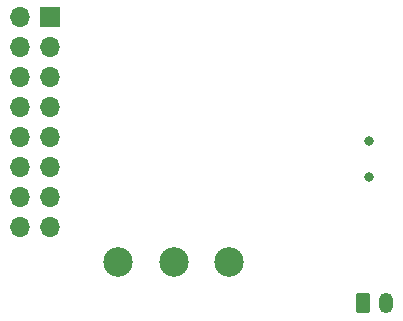
<source format=gbr>
%TF.GenerationSoftware,KiCad,Pcbnew,(6.0.4-0)*%
%TF.CreationDate,2024-03-24T20:00:40+02:00*%
%TF.ProjectId,Project_PCB_v1,50726f6a-6563-4745-9f50-43425f76312e,rev?*%
%TF.SameCoordinates,Original*%
%TF.FileFunction,Soldermask,Bot*%
%TF.FilePolarity,Negative*%
%FSLAX46Y46*%
G04 Gerber Fmt 4.6, Leading zero omitted, Abs format (unit mm)*
G04 Created by KiCad (PCBNEW (6.0.4-0)) date 2024-03-24 20:00:40*
%MOMM*%
%LPD*%
G01*
G04 APERTURE LIST*
G04 Aperture macros list*
%AMRoundRect*
0 Rectangle with rounded corners*
0 $1 Rounding radius*
0 $2 $3 $4 $5 $6 $7 $8 $9 X,Y pos of 4 corners*
0 Add a 4 corners polygon primitive as box body*
4,1,4,$2,$3,$4,$5,$6,$7,$8,$9,$2,$3,0*
0 Add four circle primitives for the rounded corners*
1,1,$1+$1,$2,$3*
1,1,$1+$1,$4,$5*
1,1,$1+$1,$6,$7*
1,1,$1+$1,$8,$9*
0 Add four rect primitives between the rounded corners*
20,1,$1+$1,$2,$3,$4,$5,0*
20,1,$1+$1,$4,$5,$6,$7,0*
20,1,$1+$1,$6,$7,$8,$9,0*
20,1,$1+$1,$8,$9,$2,$3,0*%
G04 Aperture macros list end*
%ADD10C,2.500000*%
%ADD11R,1.700000X1.700000*%
%ADD12O,1.700000X1.700000*%
%ADD13RoundRect,0.250000X-0.350000X-0.625000X0.350000X-0.625000X0.350000X0.625000X-0.350000X0.625000X0*%
%ADD14O,1.200000X1.750000*%
%ADD15C,0.800000*%
G04 APERTURE END LIST*
D10*
%TO.C,U1*%
X108700025Y-95000000D03*
X104000000Y-95000000D03*
X99299975Y-95000000D03*
%TD*%
D11*
%TO.C,PinCon1*%
X93500000Y-74250000D03*
D12*
X90960000Y-74250000D03*
X93500000Y-76790000D03*
X90960000Y-76790000D03*
X93500000Y-79330000D03*
X90960000Y-79330000D03*
X93500000Y-81870000D03*
X90960000Y-81870000D03*
X93500000Y-84410000D03*
X90960000Y-84410000D03*
X93500000Y-86950000D03*
X90960000Y-86950000D03*
X93500000Y-89490000D03*
X90960000Y-89490000D03*
X93500000Y-92030000D03*
X90960000Y-92030000D03*
%TD*%
D13*
%TO.C,J2*%
X120005000Y-98445000D03*
D14*
X122005000Y-98445000D03*
%TD*%
D15*
%TO.C,SA1*%
X120500000Y-84750000D03*
X120500000Y-87750000D03*
%TD*%
M02*

</source>
